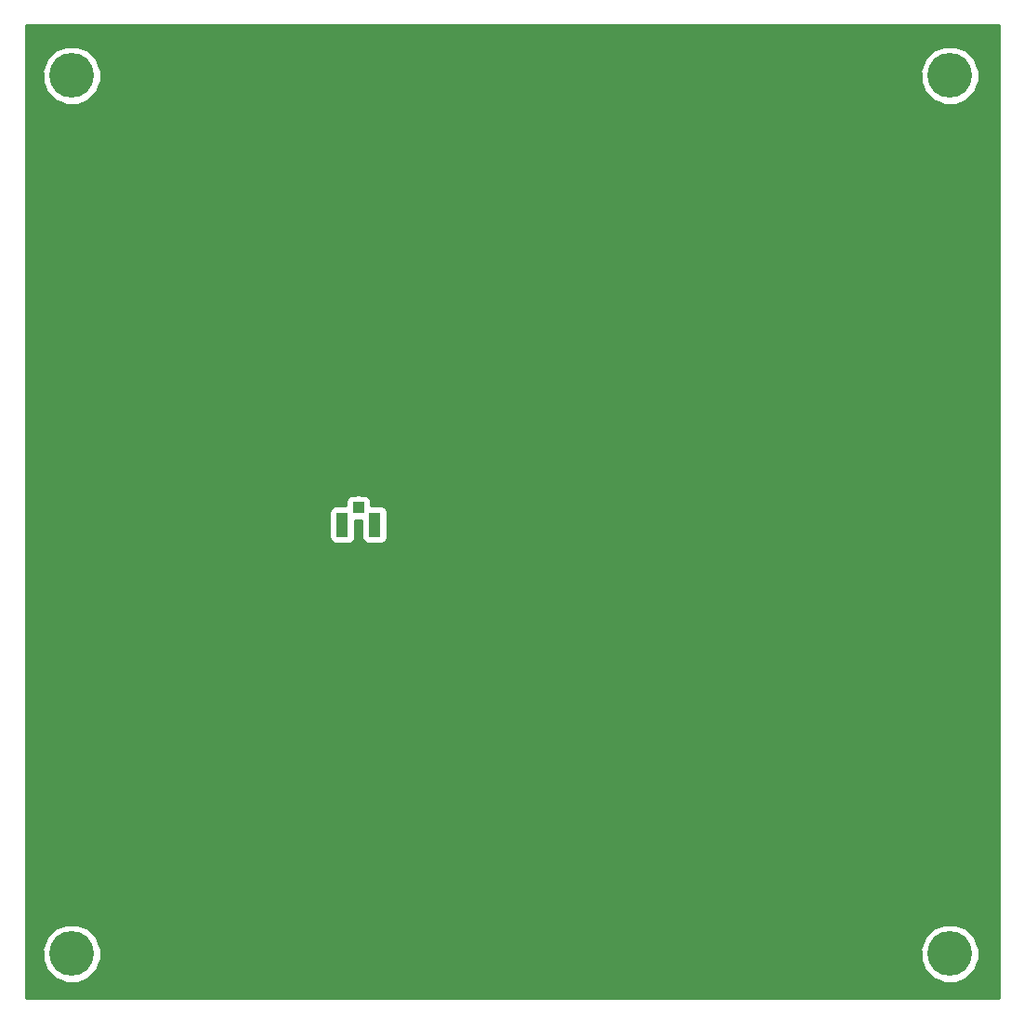
<source format=gbr>
G04 #@! TF.GenerationSoftware,KiCad,Pcbnew,5.0.0*
G04 #@! TF.CreationDate,2018-07-30T10:20:18-05:00*
G04 #@! TF.ProjectId,AntennaPcb,416E74656E6E615063622E6B69636164,rev?*
G04 #@! TF.SameCoordinates,Original*
G04 #@! TF.FileFunction,Copper,L2,Bot,Signal*
G04 #@! TF.FilePolarity,Positive*
%FSLAX46Y46*%
G04 Gerber Fmt 4.6, Leading zero omitted, Abs format (unit mm)*
G04 Created by KiCad (PCBNEW 5.0.0) date Mon Jul 30 10:20:18 2018*
%MOMM*%
%LPD*%
G01*
G04 APERTURE LIST*
G04 #@! TA.AperFunction,SMDPad,CuDef*
%ADD10R,1.050000X2.200000*%
G04 #@! TD*
G04 #@! TA.AperFunction,SMDPad,CuDef*
%ADD11R,1.000000X1.050000*%
G04 #@! TD*
G04 #@! TA.AperFunction,ComponentPad*
%ADD12C,4.064000*%
G04 #@! TD*
G04 #@! TA.AperFunction,ViaPad*
%ADD13C,0.600000*%
G04 #@! TD*
G04 #@! TA.AperFunction,NonConductor*
%ADD14C,0.254000*%
G04 #@! TD*
G04 APERTURE END LIST*
D10*
G04 #@! TO.P,J1,2*
G04 #@! TO.N,GND*
X109116600Y-98070400D03*
G04 #@! TO.P,J1,3*
G04 #@! TO.N,N/C*
X112066600Y-98070400D03*
D11*
G04 #@! TO.P,J1,1*
G04 #@! TO.N,Net-(AE1-Pad1)*
X110591600Y-96545400D03*
G04 #@! TD*
D12*
G04 #@! TO.P,REF\002A\002A,1*
G04 #@! TO.N,N/C*
X164465000Y-57150000D03*
G04 #@! TD*
G04 #@! TO.P,REF\002A\002A,1*
G04 #@! TO.N,N/C*
X84455000Y-57150000D03*
G04 #@! TD*
G04 #@! TO.P,REF\002A\002A,1*
G04 #@! TO.N,N/C*
X84455000Y-137160000D03*
G04 #@! TD*
G04 #@! TO.P,REF\002A\002A,1*
G04 #@! TO.N,N/C*
X164465000Y-137160000D03*
G04 #@! TD*
D13*
G04 #@! TO.N,Net-(AE1-Pad1)*
X110591600Y-96266000D03*
G04 #@! TD*
D14*
G36*
X168916520Y-141228524D02*
X80283478Y-141228524D01*
X80283478Y-136649388D01*
X81784120Y-136649388D01*
X81788000Y-137170142D01*
X81788000Y-137690499D01*
X81791948Y-137700030D01*
X81792025Y-137710357D01*
X82182832Y-138653846D01*
X82188421Y-138657203D01*
X82194026Y-138670734D01*
X82944266Y-139420974D01*
X82957797Y-139426579D01*
X82961154Y-139432168D01*
X83443654Y-139627827D01*
X83924501Y-139827000D01*
X83934820Y-139827000D01*
X83944388Y-139830880D01*
X84465142Y-139827000D01*
X84985499Y-139827000D01*
X84995030Y-139823052D01*
X85005357Y-139822975D01*
X85948846Y-139432168D01*
X85952203Y-139426579D01*
X85965734Y-139420974D01*
X86715974Y-138670734D01*
X86721579Y-138657203D01*
X86727168Y-138653846D01*
X86922827Y-138171346D01*
X87122000Y-137690499D01*
X87122000Y-137680180D01*
X87125880Y-137670612D01*
X87122000Y-137149858D01*
X87122000Y-136649388D01*
X161794120Y-136649388D01*
X161798000Y-137170142D01*
X161798000Y-137690499D01*
X161801948Y-137700030D01*
X161802025Y-137710357D01*
X162192832Y-138653846D01*
X162198421Y-138657203D01*
X162204026Y-138670734D01*
X162954266Y-139420974D01*
X162967797Y-139426579D01*
X162971154Y-139432168D01*
X163453654Y-139627827D01*
X163934501Y-139827000D01*
X163944820Y-139827000D01*
X163954388Y-139830880D01*
X164475142Y-139827000D01*
X164995499Y-139827000D01*
X165005030Y-139823052D01*
X165015357Y-139822975D01*
X165958846Y-139432168D01*
X165962203Y-139426579D01*
X165975734Y-139420974D01*
X166725974Y-138670734D01*
X166731579Y-138657203D01*
X166737168Y-138653846D01*
X166932827Y-138171346D01*
X167132000Y-137690499D01*
X167132000Y-137680180D01*
X167135880Y-137670612D01*
X167132000Y-137149858D01*
X167132000Y-136629501D01*
X167128052Y-136619970D01*
X167127975Y-136609643D01*
X166737168Y-135666154D01*
X166731579Y-135662797D01*
X166725974Y-135649266D01*
X165975734Y-134899026D01*
X165962203Y-134893421D01*
X165958846Y-134887832D01*
X165476346Y-134692173D01*
X164995499Y-134493000D01*
X164985180Y-134493000D01*
X164975612Y-134489120D01*
X164454858Y-134493000D01*
X163934501Y-134493000D01*
X163924970Y-134496948D01*
X163914643Y-134497025D01*
X162971154Y-134887832D01*
X162967797Y-134893421D01*
X162954266Y-134899026D01*
X162204026Y-135649266D01*
X162198421Y-135662797D01*
X162192832Y-135666154D01*
X161997173Y-136148654D01*
X161798000Y-136629501D01*
X161798000Y-136639820D01*
X161794120Y-136649388D01*
X87122000Y-136649388D01*
X87122000Y-136629501D01*
X87118052Y-136619970D01*
X87117975Y-136609643D01*
X86727168Y-135666154D01*
X86721579Y-135662797D01*
X86715974Y-135649266D01*
X85965734Y-134899026D01*
X85952203Y-134893421D01*
X85948846Y-134887832D01*
X85466346Y-134692173D01*
X84985499Y-134493000D01*
X84975180Y-134493000D01*
X84965612Y-134489120D01*
X84444858Y-134493000D01*
X83924501Y-134493000D01*
X83914970Y-134496948D01*
X83904643Y-134497025D01*
X82961154Y-134887832D01*
X82957797Y-134893421D01*
X82944266Y-134899026D01*
X82194026Y-135649266D01*
X82188421Y-135662797D01*
X82182832Y-135666154D01*
X81987173Y-136148654D01*
X81788000Y-136629501D01*
X81788000Y-136639820D01*
X81784120Y-136649388D01*
X80283478Y-136649388D01*
X80283478Y-96970400D01*
X107944160Y-96970400D01*
X107944160Y-99170400D01*
X107993443Y-99418165D01*
X108133791Y-99628209D01*
X108343835Y-99768557D01*
X108591600Y-99817840D01*
X109641600Y-99817840D01*
X109889365Y-99768557D01*
X110099409Y-99628209D01*
X110239757Y-99418165D01*
X110289040Y-99170400D01*
X110289040Y-97717840D01*
X110894160Y-97717840D01*
X110894160Y-99170400D01*
X110906600Y-99232941D01*
X110906600Y-99296710D01*
X110931003Y-99355624D01*
X110943443Y-99418165D01*
X110978870Y-99471185D01*
X111003273Y-99530099D01*
X111048365Y-99575191D01*
X111083791Y-99628209D01*
X111136811Y-99663636D01*
X111181902Y-99708727D01*
X111240814Y-99733129D01*
X111293835Y-99768557D01*
X111356378Y-99780997D01*
X111415291Y-99805400D01*
X111479059Y-99805400D01*
X111541600Y-99817840D01*
X112591600Y-99817840D01*
X112654141Y-99805400D01*
X112717909Y-99805400D01*
X112776822Y-99780997D01*
X112839365Y-99768557D01*
X112892386Y-99733129D01*
X112951298Y-99708727D01*
X112996389Y-99663636D01*
X113049409Y-99628209D01*
X113084835Y-99575191D01*
X113129927Y-99530099D01*
X113154330Y-99471185D01*
X113189757Y-99418165D01*
X113202197Y-99355624D01*
X113226600Y-99296710D01*
X113226600Y-99232941D01*
X113239040Y-99170400D01*
X113239040Y-96970400D01*
X113226600Y-96907859D01*
X113226600Y-96844090D01*
X113202197Y-96785176D01*
X113189757Y-96722635D01*
X113154330Y-96669615D01*
X113129927Y-96610701D01*
X113084835Y-96565609D01*
X113049409Y-96512591D01*
X112996389Y-96477164D01*
X112951298Y-96432073D01*
X112892386Y-96407671D01*
X112839365Y-96372243D01*
X112776822Y-96359803D01*
X112717909Y-96335400D01*
X112654141Y-96335400D01*
X112591600Y-96322960D01*
X111739040Y-96322960D01*
X111739040Y-96020400D01*
X111689757Y-95772635D01*
X111549409Y-95562591D01*
X111339365Y-95422243D01*
X111091600Y-95372960D01*
X110878884Y-95372960D01*
X110777583Y-95331000D01*
X110405617Y-95331000D01*
X110304316Y-95372960D01*
X110091600Y-95372960D01*
X109843835Y-95422243D01*
X109633791Y-95562591D01*
X109493443Y-95772635D01*
X109444160Y-96020400D01*
X109444160Y-96322960D01*
X108591600Y-96322960D01*
X108343835Y-96372243D01*
X108133791Y-96512591D01*
X107993443Y-96722635D01*
X107944160Y-96970400D01*
X80283478Y-96970400D01*
X80283478Y-56639388D01*
X81784120Y-56639388D01*
X81788000Y-57160142D01*
X81788000Y-57680499D01*
X81791948Y-57690030D01*
X81792025Y-57700357D01*
X82182832Y-58643846D01*
X82188421Y-58647203D01*
X82194026Y-58660734D01*
X82944266Y-59410974D01*
X82957797Y-59416579D01*
X82961154Y-59422168D01*
X83443654Y-59617827D01*
X83924501Y-59817000D01*
X83934820Y-59817000D01*
X83944388Y-59820880D01*
X84465142Y-59817000D01*
X84985499Y-59817000D01*
X84995030Y-59813052D01*
X85005357Y-59812975D01*
X85948846Y-59422168D01*
X85952203Y-59416579D01*
X85965734Y-59410974D01*
X86715974Y-58660734D01*
X86721579Y-58647203D01*
X86727168Y-58643846D01*
X86922827Y-58161346D01*
X87122000Y-57680499D01*
X87122000Y-57670180D01*
X87125880Y-57660612D01*
X87122000Y-57139858D01*
X87122000Y-56639388D01*
X161794120Y-56639388D01*
X161798000Y-57160142D01*
X161798000Y-57680499D01*
X161801948Y-57690030D01*
X161802025Y-57700357D01*
X162192832Y-58643846D01*
X162198421Y-58647203D01*
X162204026Y-58660734D01*
X162954266Y-59410974D01*
X162967797Y-59416579D01*
X162971154Y-59422168D01*
X163453654Y-59617827D01*
X163934501Y-59817000D01*
X163944820Y-59817000D01*
X163954388Y-59820880D01*
X164475142Y-59817000D01*
X164995499Y-59817000D01*
X165005030Y-59813052D01*
X165015357Y-59812975D01*
X165958846Y-59422168D01*
X165962203Y-59416579D01*
X165975734Y-59410974D01*
X166725974Y-58660734D01*
X166731579Y-58647203D01*
X166737168Y-58643846D01*
X166932827Y-58161346D01*
X167132000Y-57680499D01*
X167132000Y-57670180D01*
X167135880Y-57660612D01*
X167132000Y-57139858D01*
X167132000Y-56619501D01*
X167128052Y-56609970D01*
X167127975Y-56599643D01*
X166737168Y-55656154D01*
X166731579Y-55652797D01*
X166725974Y-55639266D01*
X165975734Y-54889026D01*
X165962203Y-54883421D01*
X165958846Y-54877832D01*
X165476346Y-54682173D01*
X164995499Y-54483000D01*
X164985180Y-54483000D01*
X164975612Y-54479120D01*
X164454858Y-54483000D01*
X163934501Y-54483000D01*
X163924970Y-54486948D01*
X163914643Y-54487025D01*
X162971154Y-54877832D01*
X162967797Y-54883421D01*
X162954266Y-54889026D01*
X162204026Y-55639266D01*
X162198421Y-55652797D01*
X162192832Y-55656154D01*
X161997173Y-56138654D01*
X161798000Y-56619501D01*
X161798000Y-56629820D01*
X161794120Y-56639388D01*
X87122000Y-56639388D01*
X87122000Y-56619501D01*
X87118052Y-56609970D01*
X87117975Y-56599643D01*
X86727168Y-55656154D01*
X86721579Y-55652797D01*
X86715974Y-55639266D01*
X85965734Y-54889026D01*
X85952203Y-54883421D01*
X85948846Y-54877832D01*
X85466346Y-54682173D01*
X84985499Y-54483000D01*
X84975180Y-54483000D01*
X84965612Y-54479120D01*
X84444858Y-54483000D01*
X83924501Y-54483000D01*
X83914970Y-54486948D01*
X83904643Y-54487025D01*
X82961154Y-54877832D01*
X82957797Y-54883421D01*
X82944266Y-54889026D01*
X82194026Y-55639266D01*
X82188421Y-55652797D01*
X82182832Y-55656154D01*
X81987173Y-56138654D01*
X81788000Y-56619501D01*
X81788000Y-56629820D01*
X81784120Y-56639388D01*
X80283478Y-56639388D01*
X80283478Y-52595482D01*
X168916521Y-52595482D01*
X168916520Y-141228524D01*
X168916520Y-141228524D01*
G37*
X168916520Y-141228524D02*
X80283478Y-141228524D01*
X80283478Y-136649388D01*
X81784120Y-136649388D01*
X81788000Y-137170142D01*
X81788000Y-137690499D01*
X81791948Y-137700030D01*
X81792025Y-137710357D01*
X82182832Y-138653846D01*
X82188421Y-138657203D01*
X82194026Y-138670734D01*
X82944266Y-139420974D01*
X82957797Y-139426579D01*
X82961154Y-139432168D01*
X83443654Y-139627827D01*
X83924501Y-139827000D01*
X83934820Y-139827000D01*
X83944388Y-139830880D01*
X84465142Y-139827000D01*
X84985499Y-139827000D01*
X84995030Y-139823052D01*
X85005357Y-139822975D01*
X85948846Y-139432168D01*
X85952203Y-139426579D01*
X85965734Y-139420974D01*
X86715974Y-138670734D01*
X86721579Y-138657203D01*
X86727168Y-138653846D01*
X86922827Y-138171346D01*
X87122000Y-137690499D01*
X87122000Y-137680180D01*
X87125880Y-137670612D01*
X87122000Y-137149858D01*
X87122000Y-136649388D01*
X161794120Y-136649388D01*
X161798000Y-137170142D01*
X161798000Y-137690499D01*
X161801948Y-137700030D01*
X161802025Y-137710357D01*
X162192832Y-138653846D01*
X162198421Y-138657203D01*
X162204026Y-138670734D01*
X162954266Y-139420974D01*
X162967797Y-139426579D01*
X162971154Y-139432168D01*
X163453654Y-139627827D01*
X163934501Y-139827000D01*
X163944820Y-139827000D01*
X163954388Y-139830880D01*
X164475142Y-139827000D01*
X164995499Y-139827000D01*
X165005030Y-139823052D01*
X165015357Y-139822975D01*
X165958846Y-139432168D01*
X165962203Y-139426579D01*
X165975734Y-139420974D01*
X166725974Y-138670734D01*
X166731579Y-138657203D01*
X166737168Y-138653846D01*
X166932827Y-138171346D01*
X167132000Y-137690499D01*
X167132000Y-137680180D01*
X167135880Y-137670612D01*
X167132000Y-137149858D01*
X167132000Y-136629501D01*
X167128052Y-136619970D01*
X167127975Y-136609643D01*
X166737168Y-135666154D01*
X166731579Y-135662797D01*
X166725974Y-135649266D01*
X165975734Y-134899026D01*
X165962203Y-134893421D01*
X165958846Y-134887832D01*
X165476346Y-134692173D01*
X164995499Y-134493000D01*
X164985180Y-134493000D01*
X164975612Y-134489120D01*
X164454858Y-134493000D01*
X163934501Y-134493000D01*
X163924970Y-134496948D01*
X163914643Y-134497025D01*
X162971154Y-134887832D01*
X162967797Y-134893421D01*
X162954266Y-134899026D01*
X162204026Y-135649266D01*
X162198421Y-135662797D01*
X162192832Y-135666154D01*
X161997173Y-136148654D01*
X161798000Y-136629501D01*
X161798000Y-136639820D01*
X161794120Y-136649388D01*
X87122000Y-136649388D01*
X87122000Y-136629501D01*
X87118052Y-136619970D01*
X87117975Y-136609643D01*
X86727168Y-135666154D01*
X86721579Y-135662797D01*
X86715974Y-135649266D01*
X85965734Y-134899026D01*
X85952203Y-134893421D01*
X85948846Y-134887832D01*
X85466346Y-134692173D01*
X84985499Y-134493000D01*
X84975180Y-134493000D01*
X84965612Y-134489120D01*
X84444858Y-134493000D01*
X83924501Y-134493000D01*
X83914970Y-134496948D01*
X83904643Y-134497025D01*
X82961154Y-134887832D01*
X82957797Y-134893421D01*
X82944266Y-134899026D01*
X82194026Y-135649266D01*
X82188421Y-135662797D01*
X82182832Y-135666154D01*
X81987173Y-136148654D01*
X81788000Y-136629501D01*
X81788000Y-136639820D01*
X81784120Y-136649388D01*
X80283478Y-136649388D01*
X80283478Y-96970400D01*
X107944160Y-96970400D01*
X107944160Y-99170400D01*
X107993443Y-99418165D01*
X108133791Y-99628209D01*
X108343835Y-99768557D01*
X108591600Y-99817840D01*
X109641600Y-99817840D01*
X109889365Y-99768557D01*
X110099409Y-99628209D01*
X110239757Y-99418165D01*
X110289040Y-99170400D01*
X110289040Y-97717840D01*
X110894160Y-97717840D01*
X110894160Y-99170400D01*
X110906600Y-99232941D01*
X110906600Y-99296710D01*
X110931003Y-99355624D01*
X110943443Y-99418165D01*
X110978870Y-99471185D01*
X111003273Y-99530099D01*
X111048365Y-99575191D01*
X111083791Y-99628209D01*
X111136811Y-99663636D01*
X111181902Y-99708727D01*
X111240814Y-99733129D01*
X111293835Y-99768557D01*
X111356378Y-99780997D01*
X111415291Y-99805400D01*
X111479059Y-99805400D01*
X111541600Y-99817840D01*
X112591600Y-99817840D01*
X112654141Y-99805400D01*
X112717909Y-99805400D01*
X112776822Y-99780997D01*
X112839365Y-99768557D01*
X112892386Y-99733129D01*
X112951298Y-99708727D01*
X112996389Y-99663636D01*
X113049409Y-99628209D01*
X113084835Y-99575191D01*
X113129927Y-99530099D01*
X113154330Y-99471185D01*
X113189757Y-99418165D01*
X113202197Y-99355624D01*
X113226600Y-99296710D01*
X113226600Y-99232941D01*
X113239040Y-99170400D01*
X113239040Y-96970400D01*
X113226600Y-96907859D01*
X113226600Y-96844090D01*
X113202197Y-96785176D01*
X113189757Y-96722635D01*
X113154330Y-96669615D01*
X113129927Y-96610701D01*
X113084835Y-96565609D01*
X113049409Y-96512591D01*
X112996389Y-96477164D01*
X112951298Y-96432073D01*
X112892386Y-96407671D01*
X112839365Y-96372243D01*
X112776822Y-96359803D01*
X112717909Y-96335400D01*
X112654141Y-96335400D01*
X112591600Y-96322960D01*
X111739040Y-96322960D01*
X111739040Y-96020400D01*
X111689757Y-95772635D01*
X111549409Y-95562591D01*
X111339365Y-95422243D01*
X111091600Y-95372960D01*
X110878884Y-95372960D01*
X110777583Y-95331000D01*
X110405617Y-95331000D01*
X110304316Y-95372960D01*
X110091600Y-95372960D01*
X109843835Y-95422243D01*
X109633791Y-95562591D01*
X109493443Y-95772635D01*
X109444160Y-96020400D01*
X109444160Y-96322960D01*
X108591600Y-96322960D01*
X108343835Y-96372243D01*
X108133791Y-96512591D01*
X107993443Y-96722635D01*
X107944160Y-96970400D01*
X80283478Y-96970400D01*
X80283478Y-56639388D01*
X81784120Y-56639388D01*
X81788000Y-57160142D01*
X81788000Y-57680499D01*
X81791948Y-57690030D01*
X81792025Y-57700357D01*
X82182832Y-58643846D01*
X82188421Y-58647203D01*
X82194026Y-58660734D01*
X82944266Y-59410974D01*
X82957797Y-59416579D01*
X82961154Y-59422168D01*
X83443654Y-59617827D01*
X83924501Y-59817000D01*
X83934820Y-59817000D01*
X83944388Y-59820880D01*
X84465142Y-59817000D01*
X84985499Y-59817000D01*
X84995030Y-59813052D01*
X85005357Y-59812975D01*
X85948846Y-59422168D01*
X85952203Y-59416579D01*
X85965734Y-59410974D01*
X86715974Y-58660734D01*
X86721579Y-58647203D01*
X86727168Y-58643846D01*
X86922827Y-58161346D01*
X87122000Y-57680499D01*
X87122000Y-57670180D01*
X87125880Y-57660612D01*
X87122000Y-57139858D01*
X87122000Y-56639388D01*
X161794120Y-56639388D01*
X161798000Y-57160142D01*
X161798000Y-57680499D01*
X161801948Y-57690030D01*
X161802025Y-57700357D01*
X162192832Y-58643846D01*
X162198421Y-58647203D01*
X162204026Y-58660734D01*
X162954266Y-59410974D01*
X162967797Y-59416579D01*
X162971154Y-59422168D01*
X163453654Y-59617827D01*
X163934501Y-59817000D01*
X163944820Y-59817000D01*
X163954388Y-59820880D01*
X164475142Y-59817000D01*
X164995499Y-59817000D01*
X165005030Y-59813052D01*
X165015357Y-59812975D01*
X165958846Y-59422168D01*
X165962203Y-59416579D01*
X165975734Y-59410974D01*
X166725974Y-58660734D01*
X166731579Y-58647203D01*
X166737168Y-58643846D01*
X166932827Y-58161346D01*
X167132000Y-57680499D01*
X167132000Y-57670180D01*
X167135880Y-57660612D01*
X167132000Y-57139858D01*
X167132000Y-56619501D01*
X167128052Y-56609970D01*
X167127975Y-56599643D01*
X166737168Y-55656154D01*
X166731579Y-55652797D01*
X166725974Y-55639266D01*
X165975734Y-54889026D01*
X165962203Y-54883421D01*
X165958846Y-54877832D01*
X165476346Y-54682173D01*
X164995499Y-54483000D01*
X164985180Y-54483000D01*
X164975612Y-54479120D01*
X164454858Y-54483000D01*
X163934501Y-54483000D01*
X163924970Y-54486948D01*
X163914643Y-54487025D01*
X162971154Y-54877832D01*
X162967797Y-54883421D01*
X162954266Y-54889026D01*
X162204026Y-55639266D01*
X162198421Y-55652797D01*
X162192832Y-55656154D01*
X161997173Y-56138654D01*
X161798000Y-56619501D01*
X161798000Y-56629820D01*
X161794120Y-56639388D01*
X87122000Y-56639388D01*
X87122000Y-56619501D01*
X87118052Y-56609970D01*
X87117975Y-56599643D01*
X86727168Y-55656154D01*
X86721579Y-55652797D01*
X86715974Y-55639266D01*
X85965734Y-54889026D01*
X85952203Y-54883421D01*
X85948846Y-54877832D01*
X85466346Y-54682173D01*
X84985499Y-54483000D01*
X84975180Y-54483000D01*
X84965612Y-54479120D01*
X84444858Y-54483000D01*
X83924501Y-54483000D01*
X83914970Y-54486948D01*
X83904643Y-54487025D01*
X82961154Y-54877832D01*
X82957797Y-54883421D01*
X82944266Y-54889026D01*
X82194026Y-55639266D01*
X82188421Y-55652797D01*
X82182832Y-55656154D01*
X81987173Y-56138654D01*
X81788000Y-56619501D01*
X81788000Y-56629820D01*
X81784120Y-56639388D01*
X80283478Y-56639388D01*
X80283478Y-52595482D01*
X168916521Y-52595482D01*
X168916520Y-141228524D01*
M02*

</source>
